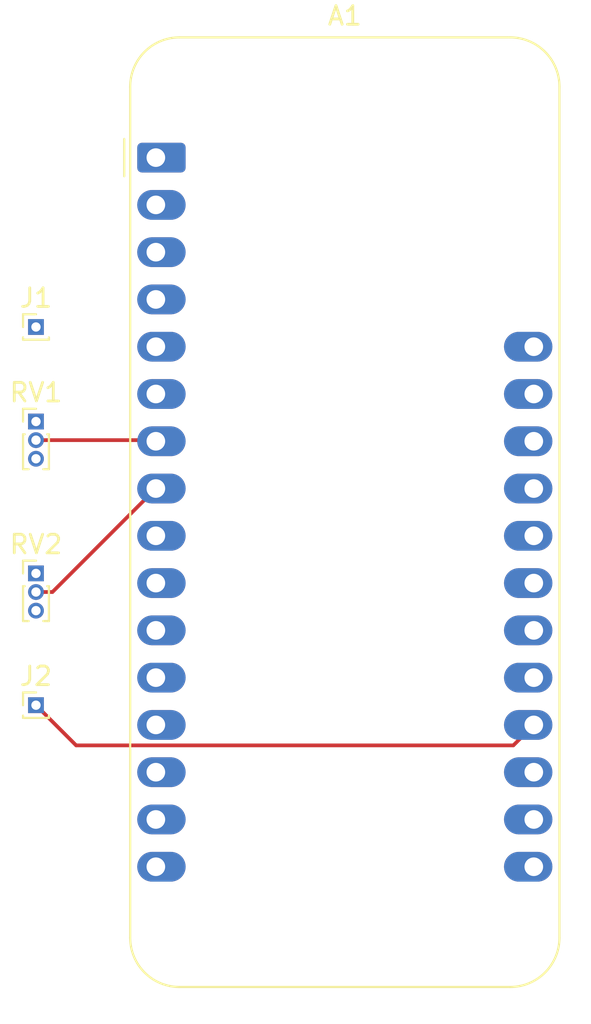
<source format=kicad_pcb>
(kicad_pcb (version 20221018) (generator pcbnew)
  (layers (0 "F.Cu" signal) (31 "B.Cu" signal) (34 "B.Paste" user) (35 "F.Paste" user) (36 "B.SilkS" user "B.Silkscreen") (37 "F.SilkS" user "F.Silkscreen") (38 "B.Mask" user) (39 "F.Mask" user) (44 "Edge.Cuts" user))
  (net 0 "")
  (net 7 "F0")
  (net 26 "VCC")
  (net 27 "GND")
  (net 28 "F1")
  (net 29 "T0")
  (net 30 "T1")
  (footprint "Connector_PinHeader_1.00mm:PinHeader_1x01_P1.00mm_Vertical" (layer "F.Cu") (at 73.66 50.8)
    (fp_text reference "J1" (at 0 -1.56) (layer "F.SilkS"))
    (fp_text value "M1_T")
    (fp_line (start -0.695 -0.685) (end 0 -0.685) (stroke (width 0.12)) (layer "F.SilkS"))
    (fp_line (start -0.695 0) (end -0.695 -0.685) (stroke (width 0.12)) (layer "F.SilkS"))
    (fp_line (start -0.695 0.685) (end -0.695 0.56) (stroke (width 0.12)) (layer "F.SilkS"))
    (fp_line (start -0.695 0.685) (end -0.608276 0.685) (stroke (width 0.12)) (layer "F.SilkS"))
    (fp_line (start -0.695 0.685) (end 0.695 0.685) (stroke (width 0.12)) (layer "F.SilkS"))
    (fp_line (start 0.608276 0.685) (end 0.695 0.685) (stroke (width 0.12)) (layer "F.SilkS"))
    (fp_line (start 0.695 0.685) (end 0.695 0.56) (stroke (width 0.12)) (layer "F.SilkS"))
    (pad "1" thru_hole rect (at 0 0) (size 0.85 0.85) (drill 0.5) (layers "*.Cu" "*.Mask") (net 29 "T0"))
  )
  (footprint "Module:Adafruit_Feather" (layer "F.Cu") (at 80.105 41.7)
    (fp_text reference "A1" (at 10.16 -7.62) (layer "F.SilkS"))
    (fp_text value "Adafruit_Feather_HUZZAH32_ESP32")
    (fp_line (start -1.7 1) (end -1.7 -1) (stroke (width 0.12)) (layer "F.SilkS"))
    (fp_line (start -1.38 -3.81) (end -1.38 41.91) (stroke (width 0.12)) (layer "F.SilkS"))
    (fp_line (start 19.05 -6.46) (end 1.27 -6.46) (stroke (width 0.12)) (layer "F.SilkS"))
    (fp_line (start 19.05 44.56) (end 1.27 44.56) (stroke (width 0.12)) (layer "F.SilkS"))
    (fp_line (start 21.7 -3.81) (end 21.7 41.91) (stroke (width 0.12)) (layer "F.SilkS"))
    (fp_arc (start -1.38 -3.81) (mid -0.603833 -5.683833) (end 1.27 -6.46) (stroke (width 0.12)) (layer "F.SilkS"))
    (fp_arc (start 1.27 44.56) (mid -0.603833 43.783833) (end -1.38 41.91) (stroke (width 0.12)) (layer "F.SilkS"))
    (fp_arc (start 19.05 -6.46) (mid 20.923833 -5.683833) (end 21.7 -3.81) (stroke (width 0.12)) (layer "F.SilkS"))
    (fp_arc (start 21.7 41.91) (mid 20.923833 43.783833) (end 19.05 44.56) (stroke (width 0.12)) (layer "F.SilkS"))
    (pad "1" thru_hole roundrect (at 0 0) (size 2.6 1.6) (drill 1 (offset 0.3 0)) (layers "*.Cu" "*.Mask") (roundrect_rratio 0.15625))
    (pad "2" thru_hole oval (at 0 2.54) (size 2.6 1.6) (drill 1 (offset 0.3 0)) (layers "*.Cu" "*.Mask"))
    (pad "3" thru_hole oval (at 0 5.08) (size 2.6 1.6) (drill 1 (offset 0.3 0)) (layers "*.Cu" "*.Mask"))
    (pad "4" thru_hole oval (at 0 7.62) (size 2.6 1.6) (drill 1 (offset 0.3 0)) (layers "*.Cu" "*.Mask"))
    (pad "5" thru_hole oval (at 0 10.16) (size 2.6 1.6) (drill 1 (offset 0.3 0)) (layers "*.Cu" "*.Mask"))
    (pad "6" thru_hole oval (at 0 12.7) (size 2.6 1.6) (drill 1 (offset 0.3 0)) (layers "*.Cu" "*.Mask"))
    (pad "7" thru_hole oval (at 0 15.24) (size 2.6 1.6) (drill 1 (offset 0.3 0)) (layers "*.Cu" "*.Mask") (net 7 "F0"))
    (pad "8" thru_hole oval (at 0 17.78) (size 2.6 1.6) (drill 1 (offset 0.3 0)) (layers "*.Cu" "*.Mask") (net 28 "F1"))
    (pad "9" thru_hole oval (at 0 20.32) (size 2.6 1.6) (drill 1 (offset 0.3 0)) (layers "*.Cu" "*.Mask"))
    (pad "10" thru_hole oval (at 0 22.86) (size 2.6 1.6) (drill 1 (offset 0.3 0)) (layers "*.Cu" "*.Mask"))
    (pad "11" thru_hole oval (at 0 25.4) (size 2.6 1.6) (drill 1 (offset 0.3 0)) (layers "*.Cu" "*.Mask"))
    (pad "12" thru_hole oval (at 0 27.94) (size 2.6 1.6) (drill 1 (offset 0.3 0)) (layers "*.Cu" "*.Mask"))
    (pad "13" thru_hole oval (at 0 30.48) (size 2.6 1.6) (drill 1 (offset 0.3 0)) (layers "*.Cu" "*.Mask"))
    (pad "14" thru_hole oval (at 0 33.02) (size 2.6 1.6) (drill 1 (offset 0.3 0)) (layers "*.Cu" "*.Mask"))
    (pad "15" thru_hole oval (at 0 35.56) (size 2.6 1.6) (drill 1 (offset 0.3 0)) (layers "*.Cu" "*.Mask"))
    (pad "16" thru_hole oval (at 0 38.1) (size 2.6 1.6) (drill 1 (offset 0.3 0)) (layers "*.Cu" "*.Mask"))
    (pad "17" thru_hole oval (at 20.32 38.1 180) (size 2.6 1.6) (drill 1 (offset 0.3 0)) (layers "*.Cu" "*.Mask"))
    (pad "18" thru_hole oval (at 20.32 35.56 180) (size 2.6 1.6) (drill 1 (offset 0.3 0)) (layers "*.Cu" "*.Mask"))
    (pad "19" thru_hole oval (at 20.32 33.02 180) (size 2.6 1.6) (drill 1 (offset 0.3 0)) (layers "*.Cu" "*.Mask") (net 29 "T0"))
    (pad "20" thru_hole oval (at 20.32 30.48 180) (size 2.6 1.6) (drill 1 (offset 0.3 0)) (layers "*.Cu" "*.Mask") (net 30 "T1"))
    (pad "21" thru_hole oval (at 20.32 27.94 180) (size 2.6 1.6) (drill 1 (offset 0.3 0)) (layers "*.Cu" "*.Mask"))
    (pad "22" thru_hole oval (at 20.32 25.4 180) (size 2.6 1.6) (drill 1 (offset 0.3 0)) (layers "*.Cu" "*.Mask"))
    (pad "23" thru_hole oval (at 20.32 22.86 180) (size 2.6 1.6) (drill 1 (offset 0.3 0)) (layers "*.Cu" "*.Mask"))
    (pad "24" thru_hole oval (at 20.32 20.32 180) (size 2.6 1.6) (drill 1 (offset 0.3 0)) (layers "*.Cu" "*.Mask"))
    (pad "25" thru_hole oval (at 20.32 17.78 180) (size 2.6 1.6) (drill 1 (offset 0.3 0)) (layers "*.Cu" "*.Mask"))
    (pad "26" thru_hole oval (at 20.32 15.24 180) (size 2.6 1.6) (drill 1 (offset 0.3 0)) (layers "*.Cu" "*.Mask"))
    (pad "27" thru_hole oval (at 20.32 12.7 180) (size 2.6 1.6) (drill 1 (offset 0.3 0)) (layers "*.Cu" "*.Mask"))
    (pad "28" thru_hole oval (at 20.32 10.16 180) (size 2.6 1.6) (drill 1 (offset 0.3 0)) (layers "*.Cu" "*.Mask"))
  )
  (footprint "Connector_PinHeader_1.00mm:PinHeader_1x03_P1.00mm_Vertical" (layer "F.Cu") (at 73.66 64.04)
    (fp_text reference "RV2" (at 0 -1.56) (layer "F.SilkS"))
    (fp_text value "M2")
    (fp_line (start -0.695 -0.685) (end 0 -0.685) (stroke (width 0.12)) (layer "F.SilkS"))
    (fp_line (start -0.695 0) (end -0.695 -0.685) (stroke (width 0.12)) (layer "F.SilkS"))
    (fp_line (start -0.695 0.685) (end -0.695 2.56) (stroke (width 0.12)) (layer "F.SilkS"))
    (fp_line (start -0.695 0.685) (end -0.608276 0.685) (stroke (width 0.12)) (layer "F.SilkS"))
    (fp_line (start -0.695 2.56) (end -0.394493 2.56) (stroke (width 0.12)) (layer "F.SilkS"))
    (fp_line (start 0.394493 2.56) (end 0.695 2.56) (stroke (width 0.12)) (layer "F.SilkS"))
    (fp_line (start 0.608276 0.685) (end 0.695 0.685) (stroke (width 0.12)) (layer "F.SilkS"))
    (fp_line (start 0.695 0.685) (end 0.695 2.56) (stroke (width 0.12)) (layer "F.SilkS"))
    (pad "1" thru_hole rect (at 0 0) (size 0.85 0.85) (drill 0.5) (layers "*.Cu" "*.Mask") (net 26 "VCC"))
    (pad "2" thru_hole oval (at 0 1) (size 0.85 0.85) (drill 0.5) (layers "*.Cu" "*.Mask") (net 28 "F1"))
    (pad "3" thru_hole oval (at 0 2) (size 0.85 0.85) (drill 0.5) (layers "*.Cu" "*.Mask") (net 27 "GND"))
  )
  (footprint "Connector_PinHeader_1.00mm:PinHeader_1x01_P1.00mm_Vertical" (layer "F.Cu") (at 73.66 71.12)
    (fp_text reference "J2" (at 0 -1.56) (layer "F.SilkS"))
    (fp_text value "M2_T")
    (fp_line (start -0.695 -0.685) (end 0 -0.685) (stroke (width 0.12)) (layer "F.SilkS"))
    (fp_line (start -0.695 0) (end -0.695 -0.685) (stroke (width 0.12)) (layer "F.SilkS"))
    (fp_line (start -0.695 0.685) (end -0.695 0.56) (stroke (width 0.12)) (layer "F.SilkS"))
    (fp_line (start -0.695 0.685) (end -0.608276 0.685) (stroke (width 0.12)) (layer "F.SilkS"))
    (fp_line (start -0.695 0.685) (end 0.695 0.685) (stroke (width 0.12)) (layer "F.SilkS"))
    (fp_line (start 0.608276 0.685) (end 0.695 0.685) (stroke (width 0.12)) (layer "F.SilkS"))
    (fp_line (start 0.695 0.685) (end 0.695 0.56) (stroke (width 0.12)) (layer "F.SilkS"))
    (pad "1" thru_hole rect (at 0 0) (size 0.85 0.85) (drill 0.5) (layers "*.Cu" "*.Mask") (net 30 "T1"))
  )
  (footprint "Connector_PinHeader_1.00mm:PinHeader_1x03_P1.00mm_Vertical" (layer "F.Cu") (at 73.66 55.88)
    (fp_text reference "RV1" (at 0 -1.56) (layer "F.SilkS"))
    (fp_text value "M1")
    (fp_line (start -0.695 -0.685) (end 0 -0.685) (stroke (width 0.12)) (layer "F.SilkS"))
    (fp_line (start -0.695 0) (end -0.695 -0.685) (stroke (width 0.12)) (layer "F.SilkS"))
    (fp_line (start -0.695 0.685) (end -0.695 2.56) (stroke (width 0.12)) (layer "F.SilkS"))
    (fp_line (start -0.695 0.685) (end -0.608276 0.685) (stroke (width 0.12)) (layer "F.SilkS"))
    (fp_line (start -0.695 2.56) (end -0.394493 2.56) (stroke (width 0.12)) (layer "F.SilkS"))
    (fp_line (start 0.394493 2.56) (end 0.695 2.56) (stroke (width 0.12)) (layer "F.SilkS"))
    (fp_line (start 0.608276 0.685) (end 0.695 0.685) (stroke (width 0.12)) (layer "F.SilkS"))
    (fp_line (start 0.695 0.685) (end 0.695 2.56) (stroke (width 0.12)) (layer "F.SilkS"))
    (pad "1" thru_hole rect (at 0 0) (size 0.85 0.85) (drill 0.5) (layers "*.Cu" "*.Mask") (net 26 "VCC"))
    (pad "2" thru_hole oval (at 0 1) (size 0.85 0.85) (drill 0.5) (layers "*.Cu" "*.Mask") (net 7 "F0"))
    (pad "3" thru_hole oval (at 0 2) (size 0.85 0.85) (drill 0.5) (layers "*.Cu" "*.Mask") (net 27 "GND"))
  )
  (segment (start 80.045 56.88) (end 73.66 56.88) (width 0.2) (layer "F.Cu") (net 7))
  (segment (start 80.105 56.94) (end 80.045 56.88) (width 0.2) (layer "F.Cu") (net 7))
  (segment (start 74.545 65.04) (end 73.66 65.04) (width 0.2) (layer "F.Cu") (net 28))
  (segment (start 80.105 59.48) (end 74.545 65.04) (width 0.2) (layer "F.Cu") (net 28))
  (segment (start 99.325 73.28) (end 100.425 72.18) (width 0.2) (layer "F.Cu") (net 30))
  (segment (start 75.82 73.28) (end 99.325 73.28) (width 0.2) (layer "F.Cu") (net 30))
  (segment (start 73.66 71.12) (end 75.82 73.28) (width 0.2) (layer "F.Cu") (net 30))
)
</source>
